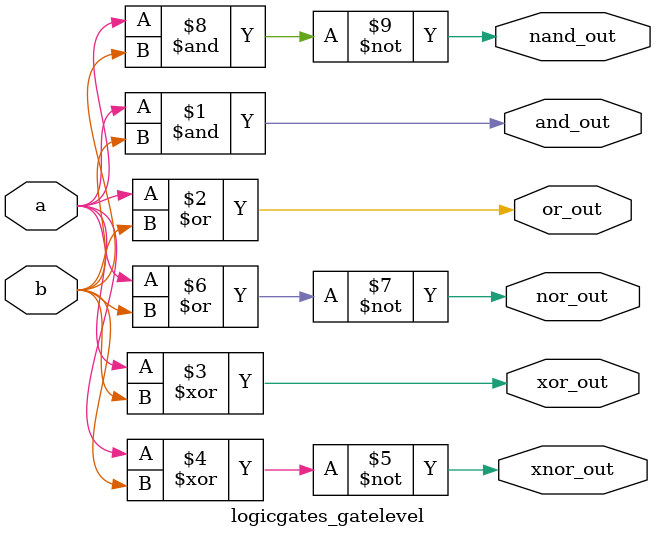
<source format=v>
module logicgates_gatelevel (a,b,or_out,and_out,nand_out,nor_out,xor_out,xnor_out);
  input a,b;
  output or_out,and_out,nand_out,nor_out,xor_out,xnor_out;

  and g1 (and_out,a,b);
  or g2 (or_out,a,b);
  xor g3 (xor_out,a,b);
  xnor g4 (xnor_out,a,b);
  nor g5 (nor_out,a,b);
  nand g6 (nand_out,a,b);

endmodule

</source>
